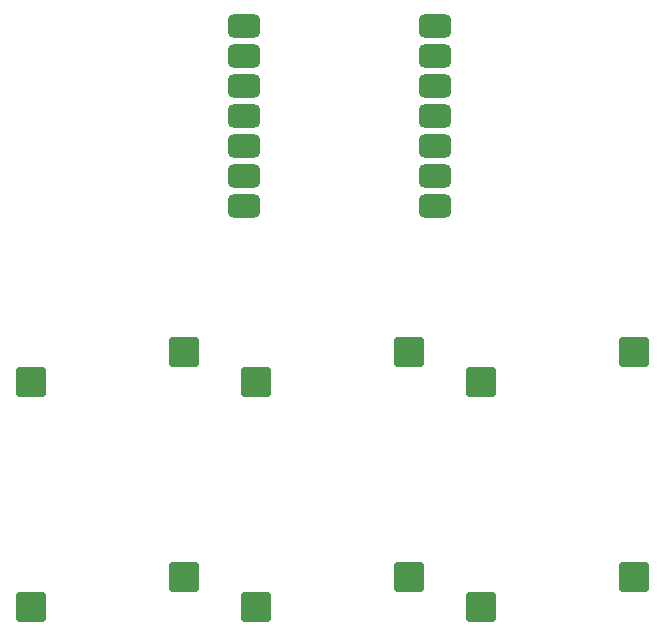
<source format=gbp>
%TF.GenerationSoftware,KiCad,Pcbnew,7.0.11*%
%TF.CreationDate,2024-02-27T10:57:45-05:00*%
%TF.ProjectId,MacropadPCB,4d616372-6f70-4616-9450-43422e6b6963,rev?*%
%TF.SameCoordinates,Original*%
%TF.FileFunction,Paste,Bot*%
%TF.FilePolarity,Positive*%
%FSLAX46Y46*%
G04 Gerber Fmt 4.6, Leading zero omitted, Abs format (unit mm)*
G04 Created by KiCad (PCBNEW 7.0.11) date 2024-02-27 10:57:45*
%MOMM*%
%LPD*%
G01*
G04 APERTURE LIST*
G04 Aperture macros list*
%AMRoundRect*
0 Rectangle with rounded corners*
0 $1 Rounding radius*
0 $2 $3 $4 $5 $6 $7 $8 $9 X,Y pos of 4 corners*
0 Add a 4 corners polygon primitive as box body*
4,1,4,$2,$3,$4,$5,$6,$7,$8,$9,$2,$3,0*
0 Add four circle primitives for the rounded corners*
1,1,$1+$1,$2,$3*
1,1,$1+$1,$4,$5*
1,1,$1+$1,$6,$7*
1,1,$1+$1,$8,$9*
0 Add four rect primitives between the rounded corners*
20,1,$1+$1,$2,$3,$4,$5,0*
20,1,$1+$1,$4,$5,$6,$7,0*
20,1,$1+$1,$6,$7,$8,$9,0*
20,1,$1+$1,$8,$9,$2,$3,0*%
G04 Aperture macros list end*
%ADD10RoundRect,0.250000X-1.025000X-1.000000X1.025000X-1.000000X1.025000X1.000000X-1.025000X1.000000X0*%
%ADD11RoundRect,0.500000X0.875000X0.500000X-0.875000X0.500000X-0.875000X-0.500000X0.875000X-0.500000X0*%
G04 APERTURE END LIST*
D10*
%TO.C,REF\u002A\u002A*%
X85625000Y-97790000D03*
X98552000Y-95250000D03*
%TD*%
%TO.C,REF\u002A\u002A*%
X104675000Y-97790000D03*
X117602000Y-95250000D03*
%TD*%
%TO.C,REF\u002A\u002A*%
X123725000Y-97790000D03*
X136652000Y-95250000D03*
%TD*%
%TO.C,REF\u002A\u002A*%
X123725000Y-78740000D03*
X136652000Y-76200000D03*
%TD*%
%TO.C,REF\u002A\u002A*%
X104675000Y-78740000D03*
X117602000Y-76200000D03*
%TD*%
%TO.C,REF\u002A\u002A*%
X85625000Y-78740000D03*
X98552000Y-76200000D03*
%TD*%
D11*
%TO.C,U1*%
X119842500Y-48625000D03*
X119842500Y-51165000D03*
X119842500Y-53705000D03*
X119842500Y-56245000D03*
X119842500Y-58785000D03*
X119842500Y-61325000D03*
X119842500Y-63865000D03*
X103677500Y-63865000D03*
X103677500Y-61325000D03*
X103677500Y-58785000D03*
X103677500Y-56245000D03*
X103677500Y-53705000D03*
X103677500Y-51165000D03*
X103677500Y-48625000D03*
%TD*%
M02*

</source>
